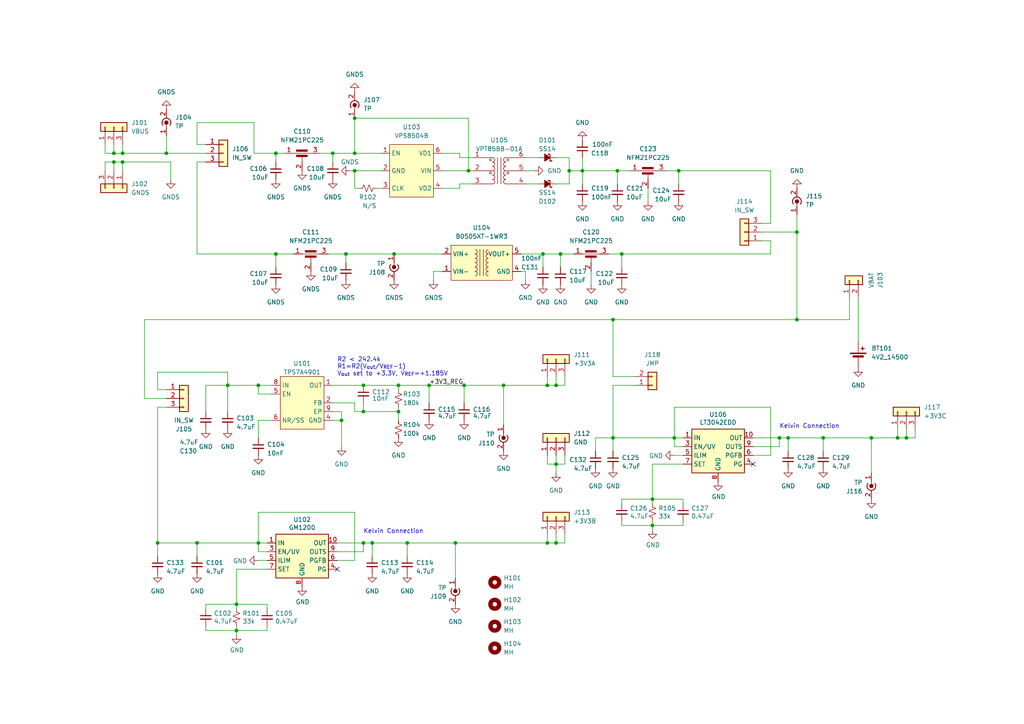
<source format=kicad_sch>
(kicad_sch (version 20230121) (generator eeschema)
  (paper "A4")
  (lib_symbols
    (symbol "Connector:Conn_Coaxial_Power" (pin_names (offset 1.016) hide)
      (property "Reference" "J" (at -5.08 -1.27 90))
      (property "Value" "Conn_Coaxial_Power" (at -3.175 -1.27 90))
      (symbol "Conn_Coaxial_Power_1_1"
        (pin passive line (at 0 2.54 270) (length 2.54) (name "In") (number "1"))
        (pin passive line (at 0 -5.08 90) (length 2.54) (name "Ext") (number "2"))
      )
    )
    (symbol "Connector_Generic:Conn_01x02" (pin_names (offset 1.016) hide)
      (property "Reference" "J" (at 0 2.54 0))
      (property "Value" "Conn_01x02" (at 0 -5.08 0))
      (symbol "Conn_01x02_1_1"
        (pin passive line (at -5.08 0 0) (length 3.81) (name "Pin_1") (number "1"))
        (pin passive line (at -5.08 -2.54 0) (length 3.81) (name "Pin_2") (number "2"))
      )
    )
    (symbol "Connector_Generic:Conn_01x03" (pin_names (offset 1.016) hide)
      (property "Reference" "J" (at 0 5.08 0))
      (property "Value" "Conn_01x03" (at 0 -5.08 0))
      (symbol "Conn_01x03_1_1"
        (pin passive line (at -5.08 2.54 0) (length 3.81) (name "Pin_1") (number "1"))
        (pin passive line (at -5.08 0 0) (length 3.81) (name "Pin_2") (number "2"))
        (pin passive line (at -5.08 -2.54 0) (length 3.81) (name "Pin_3") (number "3"))
      )
    )
    (symbol "Custom_Power:B0505XT-1WR3"
      (property "Reference" "U" (at 0 6.35 0))
      (property "Value" "B0505XT-1WR3" (at 0 -6.35 0))
      (symbol "B0505XT-1WR3_1_1"
        (pin bidirectional line (at -11.43 -2.54 0) (length 2.54) (name "VIN-") (number "1"))
        (pin bidirectional line (at -11.43 2.54 0) (length 2.54) (name "VIN+") (number "2"))
        (pin bidirectional line (at 11.43 -2.54 180) (length 2.54) (name "GND") (number "4"))
        (pin bidirectional line (at 11.43 2.54 180) (length 2.54) (name "VOUT+") (number "5"))
        (pin no_connect line (at -11.43 0 0) (length 2.54) hide (name "NC") (number "8"))
      )
    )
    (symbol "Custom_Power:TPS7A4901"
      (property "Reference" "U" (at 0 11.43 0))
      (property "Value" "TPS7A4901" (at 0 8.89 0))
      (symbol "TPS7A4901_1_1"
        (pin bidirectional line (at 8.89 5.08 180) (length 2.54) (name "OUT") (number "1"))
        (pin bidirectional line (at 8.89 0 180) (length 2.54) (name "FB") (number "2"))
        (pin no_connect line (at -8.89 -2.54 0) (length 2.54) hide (name "NC") (number "3"))
        (pin bidirectional line (at 8.89 -5.08 180) (length 2.54) (name "GND") (number "4"))
        (pin bidirectional line (at -8.89 2.54 0) (length 2.54) (name "EN") (number "5"))
        (pin bidirectional line (at -8.89 -5.08 0) (length 2.54) (name "NR/SS") (number "6"))
        (pin no_connect line (at -8.89 0 0) (length 2.54) hide (name "DNC") (number "7"))
        (pin bidirectional line (at -8.89 5.08 0) (length 2.54) (name "IN") (number "8"))
        (pin bidirectional line (at 8.89 -2.54 180) (length 2.54) (name "EP") (number "9"))
      )
    )
    (symbol "Custom_Power:VPS8504B"
      (property "Reference" "U" (at 0 11.43 0))
      (property "Value" "VPS8504B" (at 0 8.89 0))
      (symbol "VPS8504B_1_1"
        (pin input line (at -8.89 5.08 0) (length 2.54) (name "EN") (number "1"))
        (pin input line (at -8.89 0 0) (length 2.54) (name "GND") (number "2"))
        (pin bidirectional line (at -8.89 -5.08 0) (length 2.54) (name "CLK") (number "3"))
        (pin bidirectional line (at 8.89 -5.08 180) (length 2.54) (name "VD2") (number "4"))
        (pin bidirectional line (at 8.89 0 180) (length 2.54) (name "VIN") (number "5"))
        (pin bidirectional line (at 8.89 5.08 180) (length 2.54) (name "VD1") (number "6"))
      )
    )
    (symbol "Custom_Power:VPT85BB-01A"
      (property "Reference" "U" (at 0 8.89 0))
      (property "Value" "VPT85BB-01A" (at 0 6.35 0))
      (symbol "VPT85BB-01A_1_1"
        (pin bidirectional line (at -7.62 3.81 0) (length 2.54) (name "") (number "1"))
        (pin bidirectional line (at -7.62 0 0) (length 2.54) (name "") (number "2"))
        (pin bidirectional line (at -7.62 -3.81 0) (length 2.54) (name "") (number "3"))
        (pin bidirectional line (at 7.62 -3.81 180) (length 2.54) (name "") (number "4"))
        (pin bidirectional line (at 7.62 0 180) (length 2.54) (name "") (number "5"))
        (pin bidirectional line (at 7.62 3.81 180) (length 2.54) (name "") (number "6"))
      )
    )
    (symbol "Device:Battery_Cell" (pin_numbers hide) (pin_names (offset 0) hide)
      (property "Reference" "BT" (at 2.54 2.54 0))
      (property "Value" "Battery_Cell" (at 2.54 0 0))
      (symbol "Battery_Cell_1_1"
        (pin passive line (at 0 5.08 270) (length 2.54) (name "+") (number "1"))
        (pin passive line (at 0 -2.54 90) (length 2.54) (name "-") (number "2"))
      )
    )
    (symbol "Device:C_Feedthrough" (pin_names (offset 0.254) hide)
      (property "Reference" "C" (at 0 7.62 0))
      (property "Value" "C_Feedthrough" (at 0 5.715 0))
      (symbol "C_Feedthrough_1_1"
        (pin passive line (at -5.08 2.54 0) (length 2.54) (name "1") (number "1"))
        (pin passive line (at 0 -2.54 90) (length 2.54) (name "2") (number "2"))
        (pin passive line (at 5.08 2.54 180) (length 2.54) (name "3") (number "3"))
      )
    )
    (symbol "Device:C_Small" (pin_numbers hide) (pin_names (offset 0.254) hide)
      (property "Reference" "C" (at 0.254 1.778 0))
      (property "Value" "C_Small" (at 0.254 -2.032 0))
      (symbol "C_Small_1_1"
        (pin passive line (at 0 2.54 270) (length 2.032) (name "~") (number "1"))
        (pin passive line (at 0 -2.54 90) (length 2.032) (name "~") (number "2"))
      )
    )
    (symbol "Device:D_Schottky_Small_Filled" (pin_numbers hide) (pin_names (offset 0.254) hide)
      (property "Reference" "D" (at -1.27 2.032 0))
      (property "Value" "D_Schottky_Small_Filled" (at -7.112 -2.032 0))
      (symbol "D_Schottky_Small_Filled_1_1"
        (pin passive line (at -2.54 0 0) (length 1.778) (name "K") (number "1"))
        (pin passive line (at 2.54 0 180) (length 1.778) (name "A") (number "2"))
      )
    )
    (symbol "Device:R_Small_US" (pin_numbers hide) (pin_names (offset 0.254) hide)
      (property "Reference" "R" (at 0.762 0.508 0))
      (property "Value" "R_Small_US" (at 0.762 -1.016 0))
      (symbol "R_Small_US_1_1"
        (pin passive line (at 0 2.54 270) (length 1.016) (name "~") (number "1"))
        (pin passive line (at 0 -2.54 90) (length 1.016) (name "~") (number "2"))
      )
    )
    (symbol "Mechanical:MountingHole" (pin_names (offset 1.016))
      (property "Reference" "H" (at 0 5.08 0))
      (property "Value" "MountingHole" (at 0 3.175 0))
    )
    (symbol "Regulator_Linear:LT3042xMSE"
      (property "Reference" "U" (at -6.35 6.35 0))
      (property "Value" "LT3042xMSE" (at 1.27 6.35 0))
      (symbol "LT3042xMSE_1_1"
        (pin power_in line (at -10.16 2.54 0) (length 2.54) (name "IN") (number "1"))
        (pin power_out line (at 10.16 2.54 180) (length 2.54) (name "OUT") (number "10"))
        (pin passive line (at 0 -10.16 90) (length 2.54) hide (name "GND") (number "11"))
        (pin passive line (at -10.16 2.54 0) (length 2.54) hide (name "IN") (number "2"))
        (pin input line (at -10.16 0 0) (length 2.54) (name "EN/UV") (number "3"))
        (pin open_collector line (at 10.16 -5.08 180) (length 2.54) (name "PG") (number "4"))
        (pin passive line (at -10.16 -2.54 0) (length 2.54) (name "ILIM") (number "5"))
        (pin input line (at 10.16 -2.54 180) (length 2.54) (name "PGFB") (number "6"))
        (pin passive line (at -10.16 -5.08 0) (length 2.54) (name "SET") (number "7"))
        (pin power_in line (at 0 -10.16 90) (length 2.54) (name "GND") (number "8"))
        (pin input line (at 10.16 0 180) (length 2.54) (name "OUTS") (number "9"))
      )
    )
    (symbol "power:GND" (power) (pin_names (offset 0))
      (property "Value" "GND" (at 0 -3.81 0))
      (symbol "GND_1_1"
        (pin power_in line (at 0 0 270) (length 0) hide (name "GND") (number "1"))
      )
    )
    (symbol "power:GNDS" (power) (pin_names (offset 0))
      (property "Value" "GNDS" (at 0 -3.81 0))
      (symbol "GNDS_1_1"
        (pin power_in line (at 0 0 270) (length 0) hide (name "GNDS") (number "1"))
      )
    )
  )
  (junction (at 102.87 44.45))
  (junction (at 35.56 44.45))
  (junction (at 74.93 111.76))
  (junction (at 66.04 111.76))
  (junction (at 105.41 119.38))
  (junction (at 262.89 127))
  (junction (at 105.41 157.48))
  (junction (at 96.52 44.45))
  (junction (at 157.48 73.66))
  (junction (at 80.01 44.45))
  (junction (at 135.89 49.53))
  (junction (at 33.02 46.99))
  (junction (at 161.29 157.48))
  (junction (at 132.08 157.48))
  (junction (at 226.06 127))
  (junction (at 57.15 157.48))
  (junction (at 114.3 73.66))
  (junction (at 238.76 127))
  (junction (at 162.56 73.66))
  (junction (at 231.14 67.31))
  (junction (at 195.58 127))
  (junction (at 158.75 111.76))
  (junction (at 99.06 121.92))
  (junction (at 68.58 182.88))
  (junction (at 177.8 127))
  (junction (at 196.85 49.53))
  (junction (at 179.07 49.53))
  (junction (at 102.87 34.29))
  (junction (at 115.57 119.38))
  (junction (at 161.29 111.76))
  (junction (at 134.62 111.76))
  (junction (at 118.11 157.48))
  (junction (at 80.01 73.66))
  (junction (at 115.57 111.76))
  (junction (at 260.35 127))
  (junction (at 35.56 46.99))
  (junction (at 228.6 127))
  (junction (at 165.1 49.53))
  (junction (at 45.72 157.48))
  (junction (at 33.02 44.45))
  (junction (at 124.46 111.76))
  (junction (at 231.14 92.71))
  (junction (at 102.87 49.53))
  (junction (at 107.95 157.48))
  (junction (at 146.05 111.76))
  (junction (at 48.26 44.45))
  (junction (at 161.29 134.62))
  (junction (at 189.23 152.4))
  (junction (at 158.75 157.48))
  (junction (at 189.23 144.78))
  (junction (at 105.41 111.76))
  (junction (at 74.93 157.48))
  (junction (at 180.34 73.66))
  (junction (at 100.33 73.66))
  (junction (at 68.58 175.26))
  (junction (at 177.8 92.71))
  (junction (at 168.91 49.53))
  (junction (at 252.73 127))
  (no_connect (at 218.44 134.62))
  (no_connect (at 97.79 165.1))
  (wire (pts (xy 97.79 160.02) (xy 105.41 160.02)))
  (wire (pts (xy 152.4 78.74) (xy 151.13 78.74)))
  (wire (pts (xy 97.79 157.48) (xy 105.41 157.48)))
  (wire (pts (xy 265.43 124.46) (xy 265.43 127)))
  (wire (pts (xy 96.52 119.38) (xy 99.06 119.38)))
  (wire (pts (xy 125.73 78.74) (xy 128.27 78.74)))
  (wire (pts (xy 57.15 73.66) (xy 57.15 46.99)))
  (wire (pts (xy 198.12 134.62) (xy 189.23 134.62)))
  (wire (pts (xy 102.87 49.53) (xy 110.49 49.53)))
  (wire (pts (xy 189.23 152.4) (xy 198.12 152.4)))
  (wire (pts (xy 158.75 132.08) (xy 158.75 134.62)))
  (wire (pts (xy 187.96 58.42) (xy 187.96 54.61)))
  (wire (pts (xy 80.01 73.66) (xy 85.09 73.66)))
  (wire (pts (xy 102.87 148.59) (xy 74.93 148.59)))
  (wire (pts (xy 260.35 124.46) (xy 260.35 127)))
  (wire (pts (xy 161.29 45.72) (xy 165.1 45.72)))
  (wire (pts (xy 226.06 127) (xy 228.6 127)))
  (wire (pts (xy 161.29 134.62) (xy 161.29 137.16)))
  (wire (pts (xy 35.56 44.45) (xy 48.26 44.45)))
  (wire (pts (xy 59.69 41.91) (xy 57.15 41.91)))
  (wire (pts (xy 158.75 109.22) (xy 158.75 111.76)))
  (wire (pts (xy 195.58 129.54) (xy 195.58 127)))
  (wire (pts (xy 196.85 49.53) (xy 193.04 49.53)))
  (wire (pts (xy 198.12 144.78) (xy 189.23 144.78)))
  (wire (pts (xy 59.69 176.53) (xy 59.69 175.26)))
  (wire (pts (xy 105.41 116.84) (xy 105.41 119.38)))
  (wire (pts (xy 68.58 184.15) (xy 68.58 182.88)))
  (wire (pts (xy 163.83 157.48) (xy 161.29 157.48)))
  (wire (pts (xy 223.52 49.53) (xy 196.85 49.53)))
  (wire (pts (xy 132.08 157.48) (xy 132.08 167.64)))
  (wire (pts (xy 177.8 111.76) (xy 177.8 127)))
  (wire (pts (xy 66.04 107.95) (xy 66.04 111.76)))
  (wire (pts (xy 102.87 162.56) (xy 102.87 148.59)))
  (wire (pts (xy 157.48 73.66) (xy 162.56 73.66)))
  (wire (pts (xy 179.07 49.53) (xy 179.07 53.34)))
  (wire (pts (xy 218.44 129.54) (xy 226.06 129.54)))
  (wire (pts (xy 30.48 49.53) (xy 30.48 46.99)))
  (wire (pts (xy 99.06 119.38) (xy 99.06 121.92)))
  (wire (pts (xy 198.12 129.54) (xy 195.58 129.54)))
  (wire (pts (xy 74.93 162.56) (xy 77.47 162.56)))
  (wire (pts (xy 115.57 119.38) (xy 105.41 119.38)))
  (wire (pts (xy 172.72 127) (xy 177.8 127)))
  (wire (pts (xy 179.07 49.53) (xy 182.88 49.53)))
  (wire (pts (xy 177.8 109.22) (xy 177.8 92.71)))
  (wire (pts (xy 196.85 53.34) (xy 196.85 49.53)))
  (wire (pts (xy 41.91 92.71) (xy 177.8 92.71)))
  (wire (pts (xy 92.71 44.45) (xy 96.52 44.45)))
  (wire (pts (xy 33.02 46.99) (xy 35.56 46.99)))
  (wire (pts (xy 195.58 132.08) (xy 198.12 132.08)))
  (wire (pts (xy 96.52 44.45) (xy 96.52 46.99)))
  (wire (pts (xy 189.23 152.4) (xy 180.34 152.4)))
  (wire (pts (xy 68.58 175.26) (xy 68.58 176.53)))
  (wire (pts (xy 124.46 111.76) (xy 134.62 111.76)))
  (wire (pts (xy 238.76 127) (xy 238.76 130.81)))
  (wire (pts (xy 96.52 111.76) (xy 105.41 111.76)))
  (wire (pts (xy 248.92 86.36) (xy 248.92 99.06)))
  (wire (pts (xy 124.46 116.84) (xy 124.46 111.76)))
  (wire (pts (xy 68.58 182.88) (xy 77.47 182.88)))
  (wire (pts (xy 80.01 73.66) (xy 80.01 77.47)))
  (wire (pts (xy 135.89 49.53) (xy 137.16 49.53)))
  (wire (pts (xy 161.29 132.08) (xy 161.29 134.62)))
  (wire (pts (xy 163.83 109.22) (xy 163.83 111.76)))
  (wire (pts (xy 177.8 127) (xy 177.8 130.81)))
  (wire (pts (xy 252.73 127) (xy 252.73 137.16)))
  (wire (pts (xy 231.14 92.71) (xy 231.14 67.31)))
  (wire (pts (xy 59.69 175.26) (xy 68.58 175.26)))
  (wire (pts (xy 35.56 49.53) (xy 35.56 46.99)))
  (wire (pts (xy 66.04 119.38) (xy 66.04 111.76)))
  (wire (pts (xy 57.15 46.99) (xy 59.69 46.99)))
  (wire (pts (xy 220.98 69.85) (xy 223.52 69.85)))
  (wire (pts (xy 146.05 111.76) (xy 158.75 111.76)))
  (wire (pts (xy 118.11 157.48) (xy 132.08 157.48)))
  (wire (pts (xy 231.14 67.31) (xy 220.98 67.31)))
  (wire (pts (xy 161.29 111.76) (xy 158.75 111.76)))
  (wire (pts (xy 30.48 46.99) (xy 33.02 46.99)))
  (wire (pts (xy 105.41 157.48) (xy 107.95 157.48)))
  (wire (pts (xy 152.4 81.28) (xy 152.4 78.74)))
  (wire (pts (xy 132.08 157.48) (xy 158.75 157.48)))
  (wire (pts (xy 74.93 127) (xy 74.93 121.92)))
  (wire (pts (xy 184.15 109.22) (xy 177.8 109.22)))
  (wire (pts (xy 134.62 111.76) (xy 146.05 111.76)))
  (wire (pts (xy 228.6 127) (xy 228.6 130.81)))
  (wire (pts (xy 161.29 157.48) (xy 158.75 157.48)))
  (wire (pts (xy 45.72 113.03) (xy 45.72 107.95)))
  (wire (pts (xy 180.34 152.4) (xy 180.34 151.13)))
  (wire (pts (xy 195.58 118.11) (xy 195.58 127)))
  (wire (pts (xy 74.93 148.59) (xy 74.93 157.48)))
  (wire (pts (xy 68.58 165.1) (xy 68.58 175.26)))
  (wire (pts (xy 48.26 44.45) (xy 59.69 44.45)))
  (wire (pts (xy 77.47 160.02) (xy 74.93 160.02)))
  (wire (pts (xy 152.4 49.53) (xy 154.94 49.53)))
  (wire (pts (xy 162.56 73.66) (xy 166.37 73.66)))
  (wire (pts (xy 158.75 134.62) (xy 161.29 134.62)))
  (wire (pts (xy 118.11 157.48) (xy 118.11 161.29)))
  (wire (pts (xy 189.23 144.78) (xy 189.23 146.05)))
  (wire (pts (xy 66.04 111.76) (xy 74.93 111.76)))
  (wire (pts (xy 102.87 34.29) (xy 102.87 44.45)))
  (wire (pts (xy 134.62 116.84) (xy 134.62 111.76)))
  (wire (pts (xy 115.57 119.38) (xy 115.57 121.92)))
  (wire (pts (xy 114.3 73.66) (xy 128.27 73.66)))
  (wire (pts (xy 262.89 127) (xy 260.35 127)))
  (wire (pts (xy 99.06 129.54) (xy 99.06 121.92)))
  (wire (pts (xy 161.29 53.34) (xy 165.1 53.34)))
  (wire (pts (xy 223.52 73.66) (xy 180.34 73.66)))
  (wire (pts (xy 180.34 146.05) (xy 180.34 144.78)))
  (wire (pts (xy 223.52 118.11) (xy 195.58 118.11)))
  (wire (pts (xy 74.93 111.76) (xy 78.74 111.76)))
  (wire (pts (xy 77.47 165.1) (xy 68.58 165.1)))
  (wire (pts (xy 180.34 77.47) (xy 180.34 73.66)))
  (wire (pts (xy 151.13 73.66) (xy 157.48 73.66)))
  (wire (pts (xy 165.1 49.53) (xy 168.91 49.53)))
  (wire (pts (xy 228.6 127) (xy 238.76 127)))
  (wire (pts (xy 124.46 111.76) (xy 115.57 111.76)))
  (wire (pts (xy 45.72 118.11) (xy 45.72 157.48)))
  (wire (pts (xy 45.72 157.48) (xy 57.15 157.48)))
  (wire (pts (xy 100.33 73.66) (xy 114.3 73.66)))
  (wire (pts (xy 109.22 54.61) (xy 110.49 54.61)))
  (wire (pts (xy 77.47 175.26) (xy 68.58 175.26)))
  (wire (pts (xy 102.87 119.38) (xy 105.41 119.38)))
  (wire (pts (xy 57.15 157.48) (xy 57.15 161.29)))
  (wire (pts (xy 107.95 157.48) (xy 118.11 157.48)))
  (wire (pts (xy 128.27 44.45) (xy 133.35 44.45)))
  (wire (pts (xy 195.58 127) (xy 198.12 127)))
  (wire (pts (xy 246.38 86.36) (xy 246.38 92.71)))
  (wire (pts (xy 48.26 115.57) (xy 41.91 115.57)))
  (wire (pts (xy 57.15 35.56) (xy 73.66 35.56)))
  (wire (pts (xy 161.29 154.94) (xy 161.29 157.48)))
  (wire (pts (xy 128.27 49.53) (xy 135.89 49.53)))
  (wire (pts (xy 115.57 113.03) (xy 115.57 111.76)))
  (wire (pts (xy 218.44 132.08) (xy 223.52 132.08)))
  (wire (pts (xy 133.35 44.45) (xy 133.35 45.72)))
  (wire (pts (xy 163.83 132.08) (xy 163.83 134.62)))
  (wire (pts (xy 45.72 157.48) (xy 45.72 161.29)))
  (wire (pts (xy 95.25 73.66) (xy 100.33 73.66)))
  (wire (pts (xy 97.79 162.56) (xy 102.87 162.56)))
  (wire (pts (xy 57.15 41.91) (xy 57.15 35.56)))
  (wire (pts (xy 30.48 41.91) (xy 30.48 44.45)))
  (wire (pts (xy 80.01 46.99) (xy 80.01 44.45)))
  (wire (pts (xy 223.52 69.85) (xy 223.52 73.66)))
  (wire (pts (xy 49.53 52.07) (xy 49.53 46.99)))
  (wire (pts (xy 198.12 146.05) (xy 198.12 144.78)))
  (wire (pts (xy 177.8 127) (xy 195.58 127)))
  (wire (pts (xy 180.34 73.66) (xy 176.53 73.66)))
  (wire (pts (xy 189.23 152.4) (xy 189.23 151.13)))
  (wire (pts (xy 96.52 44.45) (xy 102.87 44.45)))
  (wire (pts (xy 262.89 124.46) (xy 262.89 127)))
  (wire (pts (xy 77.47 182.88) (xy 77.47 181.61)))
  (wire (pts (xy 223.52 132.08) (xy 223.52 118.11)))
  (wire (pts (xy 165.1 45.72) (xy 165.1 49.53)))
  (wire (pts (xy 161.29 109.22) (xy 161.29 111.76)))
  (wire (pts (xy 133.35 45.72) (xy 137.16 45.72)))
  (wire (pts (xy 152.4 45.72) (xy 156.21 45.72)))
  (wire (pts (xy 41.91 115.57) (xy 41.91 92.71)))
  (wire (pts (xy 33.02 44.45) (xy 35.56 44.45)))
  (wire (pts (xy 102.87 44.45) (xy 110.49 44.45)))
  (wire (pts (xy 68.58 182.88) (xy 59.69 182.88)))
  (wire (pts (xy 107.95 157.48) (xy 107.95 161.29)))
  (wire (pts (xy 99.06 121.92) (xy 96.52 121.92)))
  (wire (pts (xy 184.15 111.76) (xy 177.8 111.76)))
  (wire (pts (xy 125.73 81.28) (xy 125.73 78.74)))
  (wire (pts (xy 163.83 154.94) (xy 163.83 157.48)))
  (wire (pts (xy 180.34 144.78) (xy 189.23 144.78)))
  (wire (pts (xy 128.27 54.61) (xy 133.35 54.61)))
  (wire (pts (xy 30.48 44.45) (xy 33.02 44.45)))
  (wire (pts (xy 177.8 92.71) (xy 231.14 92.71)))
  (wire (pts (xy 135.89 49.53) (xy 135.89 34.29)))
  (wire (pts (xy 101.6 49.53) (xy 102.87 49.53)))
  (wire (pts (xy 115.57 118.11) (xy 115.57 119.38)))
  (wire (pts (xy 231.14 62.23) (xy 231.14 67.31)))
  (wire (pts (xy 33.02 49.53) (xy 33.02 46.99)))
  (wire (pts (xy 45.72 107.95) (xy 66.04 107.95)))
  (wire (pts (xy 165.1 53.34) (xy 165.1 49.53)))
  (wire (pts (xy 252.73 127) (xy 260.35 127)))
  (wire (pts (xy 77.47 176.53) (xy 77.47 175.26)))
  (wire (pts (xy 68.58 182.88) (xy 68.58 181.61)))
  (wire (pts (xy 135.89 34.29) (xy 102.87 34.29)))
  (wire (pts (xy 223.52 64.77) (xy 223.52 49.53)))
  (wire (pts (xy 74.93 121.92) (xy 78.74 121.92)))
  (wire (pts (xy 238.76 127) (xy 252.73 127)))
  (wire (pts (xy 158.75 154.94) (xy 158.75 157.48)))
  (wire (pts (xy 198.12 152.4) (xy 198.12 151.13)))
  (wire (pts (xy 152.4 53.34) (xy 156.21 53.34)))
  (wire (pts (xy 246.38 92.71) (xy 231.14 92.71)))
  (wire (pts (xy 59.69 119.38) (xy 59.69 111.76)))
  (wire (pts (xy 59.69 182.88) (xy 59.69 181.61)))
  (wire (pts (xy 163.83 111.76) (xy 161.29 111.76)))
  (wire (pts (xy 133.35 53.34) (xy 137.16 53.34)))
  (wire (pts (xy 105.41 160.02) (xy 105.41 157.48)))
  (wire (pts (xy 80.01 44.45) (xy 82.55 44.45)))
  (wire (pts (xy 74.93 114.3) (xy 74.93 111.76)))
  (wire (pts (xy 48.26 113.03) (xy 45.72 113.03)))
  (wire (pts (xy 157.48 73.66) (xy 157.48 77.47)))
  (wire (pts (xy 163.83 134.62) (xy 161.29 134.62)))
  (wire (pts (xy 35.56 46.99) (xy 49.53 46.99)))
  (wire (pts (xy 74.93 160.02) (xy 74.93 157.48)))
  (wire (pts (xy 96.52 116.84) (xy 102.87 116.84)))
  (wire (pts (xy 59.69 111.76) (xy 66.04 111.76)))
  (wire (pts (xy 73.66 35.56) (xy 73.66 44.45)))
  (wire (pts (xy 33.02 41.91) (xy 33.02 44.45)))
  (wire (pts (xy 102.87 54.61) (xy 104.14 54.61)))
  (wire (pts (xy 218.44 127) (xy 226.06 127)))
  (wire (pts (xy 80.01 73.66) (xy 57.15 73.66)))
  (wire (pts (xy 133.35 54.61) (xy 133.35 53.34)))
  (wire (pts (xy 168.91 45.72) (xy 168.91 49.53)))
  (wire (pts (xy 115.57 111.76) (xy 105.41 111.76)))
  (wire (pts (xy 171.45 82.55) (xy 171.45 78.74)))
  (wire (pts (xy 226.06 129.54) (xy 226.06 127)))
  (wire (pts (xy 189.23 153.67) (xy 189.23 152.4)))
  (wire (pts (xy 146.05 111.76) (xy 146.05 123.19)))
  (wire (pts (xy 100.33 73.66) (xy 100.33 76.2)))
  (wire (pts (xy 73.66 44.45) (xy 80.01 44.45)))
  (wire (pts (xy 48.26 39.37) (xy 48.26 44.45)))
  (wire (pts (xy 78.74 114.3) (xy 74.93 114.3)))
  (wire (pts (xy 74.93 157.48) (xy 77.47 157.48)))
  (wire (pts (xy 162.56 73.66) (xy 162.56 77.47)))
  (wire (pts (xy 265.43 127) (xy 262.89 127)))
  (wire (pts (xy 102.87 54.61) (xy 102.87 49.53)))
  (wire (pts (xy 168.91 49.53) (xy 179.07 49.53)))
  (wire (pts (xy 189.23 134.62) (xy 189.23 144.78)))
  (wire (pts (xy 48.26 118.11) (xy 45.72 118.11)))
  (wire (pts (xy 102.87 116.84) (xy 102.87 119.38)))
  (wire (pts (xy 35.56 41.91) (xy 35.56 44.45)))
  (wire (pts (xy 172.72 130.81) (xy 172.72 127)))
  (wire (pts (xy 168.91 49.53) (xy 168.91 53.34)))
  (wire (pts (xy 220.98 64.77) (xy 223.52 64.77)))
  (wire (pts (xy 57.15 157.48) (xy 74.93 157.48)))
  (text "Kelvin Connection\n" (at 226.06 124.46 0) (effects (font (size 1.27 1.27)) (justify left bottom)))
  (text "R2 < 242.4k\nR1=R2(V_{out}/V_{REF}-1)\nV_{out} set to +3.3V, V_{REF}=+1.185V" (at 97.79 109.22 0) (effects (font (size 1.27 1.27)) (justify left bottom)))
  (text "Kelvin Connection\n" (at 105.41 154.94 0) (effects (font (size 1.27 1.27)) (justify left bottom)))
  (label "+3V3_REG" (at 124.46 111.76 0))
  (symbol (lib_id "Regulator_Linear:LT3042xMSE") (at 208.28 129.54 0) (unit 1)
    (property "Reference" "U106" (at 208.28 120.2182 0))
    (property "Value" "LT3042EDD" (at 208.28 122.5296 0))
    (property "Footprint" "Package_DFN_QFN:DFN-10-1EP_3x3mm_P0.5mm_EP1.65x2.38mm" (effects hide))
    (property "Datasheet" "https://www.analog.com/media/en/technical-documentation/data-sheets/3042fb.pdf" (effects hide))
  )
  (symbol (lib_id "power:GND") (at 45.72 166.37 0) (unit 1)
    (property "Reference" "#PWR0150" (effects hide))
    (property "Value" "GND" (at 45.72 171.45 0))
  )
  (symbol (lib_id "Device:C_Small") (at 100.33 78.74 0) (unit 1)
    (property "Reference" "C109" (at 92.71 78.105 0) (effects (justify left)))
    (property "Value" "10uF" (at 93.345 80.645 0) (effects (justify left)))
    (property "Footprint" "Capacitor_SMD:C_1206_3216Metric" (effects hide))
  )
  (symbol (lib_id "power:GND") (at 59.69 124.46 0) (unit 1)
    (property "Reference" "#PWR0146" (effects hide))
    (property "Value" "GND" (at 59.69 129.54 0))
  )
  (symbol (lib_id "power:GND") (at 154.94 49.53 90) (unit 1)
    (property "Reference" "#PWR0127" (effects hide))
    (property "Value" "GND" (at 158.75 49.53 90) (effects (justify right)))
  )
  (symbol (lib_id "Device:C_Small") (at 74.93 129.54 0) (unit 1)
    (property "Reference" "C104" (at 77.47 128.9113 0) (effects (justify left)))
    (property "Value" "10nF" (at 77.47 131.4513 0) (effects (justify left)))
    (property "Footprint" "Capacitor_SMD:C_0402_1005Metric" (effects hide))
  )
  (symbol (lib_id "Device:R_Small_US") (at 106.68 54.61 90) (unit 1)
    (property "Reference" "R102" (at 109.22 57.15 90) (effects (justify left)))
    (property "Value" "N/S" (at 109.22 59.69 90) (effects (justify left)))
    (property "Footprint" "Resistor_SMD:R_0402_1005Metric" (effects hide))
  )
  (symbol (lib_id "Device:C_Small") (at 238.76 133.35 0) (unit 1)
    (property "Reference" "C129" (at 241.3 132.7213 0) (effects (justify left)))
    (property "Value" "4.7uF" (at 241.3 135.2613 0) (effects (justify left)))
    (property "Footprint" "Capacitor_SMD:C_0805_2012Metric" (effects hide))
  )
  (symbol (lib_id "power:GND") (at 238.76 135.89 0) (unit 1)
    (property "Reference" "#PWR0144" (effects hide))
    (property "Value" "GND" (at 238.76 140.97 0))
  )
  (symbol (lib_id "Device:C_Small") (at 179.07 55.88 0) (unit 1)
    (property "Reference" "C121" (at 181.61 54.6163 0) (effects (justify left)))
    (property "Value" "10uF" (at 181.61 57.1563 0) (effects (justify left)))
    (property "Footprint" "Capacitor_SMD:C_1206_3216Metric" (effects hide))
  )
  (symbol (lib_id "Device:C_Small") (at 180.34 80.01 0) (unit 1)
    (property "Reference" "C122" (at 172.72 79.375 0) (effects (justify left)))
    (property "Value" "10uF" (at 173.355 81.915 0) (effects (justify left)))
    (property "Footprint" "Capacitor_SMD:C_1206_3216Metric" (effects hide))
  )
  (symbol (lib_id "power:GND") (at 152.4 81.28 0) (unit 1)
    (property "Reference" "#PWR0128" (effects hide))
    (property "Value" "GND" (at 152.4 86.36 0))
  )
  (symbol (lib_id "Connector_Generic:Conn_01x03") (at 262.89 119.38 90) (unit 1)
    (property "Reference" "J117" (at 267.97 118.11 90) (effects (justify right)))
    (property "Value" "+3V3C" (at 267.97 120.65 90) (effects (justify right)))
    (property "Footprint" "Connector_PinHeader_2.54mm:PinHeader_1x03_P2.54mm_Vertical" (effects hide))
  )
  (symbol (lib_id "power:GND") (at 179.07 58.42 0) (unit 1)
    (property "Reference" "#PWR0134" (effects hide))
    (property "Value" "GND" (at 179.07 63.5 0))
  )
  (symbol (lib_id "Device:C_Small") (at 80.01 49.53 0) (unit 1)
    (property "Reference" "C106" (at 72.39 48.895 0) (effects (justify left)))
    (property "Value" "10uF" (at 73.025 51.435 0) (effects (justify left)))
    (property "Footprint" "Capacitor_SMD:C_1206_3216Metric" (effects hide))
  )
  (symbol (lib_id "power:GND") (at 118.11 166.37 0) (unit 1)
    (property "Reference" "#PWR0121" (effects hide))
    (property "Value" "GND" (at 118.11 171.45 0))
  )
  (symbol (lib_id "Device:R_Small_US") (at 189.23 148.59 180) (unit 1)
    (property "Reference" "R105" (at 190.9572 147.4216 0) (effects (justify right)))
    (property "Value" "33k" (at 190.9572 149.733 0) (effects (justify right)))
    (property "Footprint" "Resistor_SMD:R_0402_1005Metric" (effects hide))
  )
  (symbol (lib_id "power:GNDS") (at 90.17 78.74 0) (unit 1)
    (property "Reference" "#PWR0116" (effects hide))
    (property "Value" "GNDS" (at 90.17 83.82 0))
  )
  (symbol (lib_id "Connector_Generic:Conn_01x03") (at 215.9 67.31 180) (unit 1)
    (property "Reference" "J114" (at 215.9 58.42 0))
    (property "Value" "IN_SW" (at 215.9 60.96 0))
    (property "Footprint" "Connector_PinHeader_2.54mm:PinHeader_1x03_P2.54mm_Vertical" (effects hide))
  )
  (symbol (lib_id "power:GND") (at 168.91 58.42 0) (unit 1)
    (property "Reference" "#PWR0132" (effects hide))
    (property "Value" "GND" (at 168.91 63.5 0))
  )
  (symbol (lib_id "Device:R_Small_US") (at 68.58 179.07 180) (unit 1)
    (property "Reference" "R101" (at 70.3072 177.9016 0) (effects (justify right)))
    (property "Value" "33k" (at 70.3072 180.213 0) (effects (justify right)))
    (property "Footprint" "Resistor_SMD:R_0402_1005Metric" (effects hide))
  )
  (symbol (lib_id "Device:C_Small") (at 180.34 148.59 0) (unit 1)
    (property "Reference" "C126" (at 182.6768 147.4216 0) (effects (justify left)))
    (property "Value" "4.7uF" (at 182.6768 149.733 0) (effects (justify left)))
    (property "Footprint" "Capacitor_SMD:C_0805_2012Metric" (effects hide))
  )
  (symbol (lib_id "Connector:Conn_Coaxial_Power") (at 146.05 125.73 0) (unit 1)
    (property "Reference" "J110" (at 143.51 128.524 0) (effects (justify right)))
    (property "Value" "TP" (at 143.51 125.984 0) (effects (justify right)))
    (property "Footprint" "Connector_Coaxial:SMA_Amphenol_132134_Vertical" (effects hide))
  )
  (symbol (lib_id "Device:C_Small") (at 124.46 119.38 0) (unit 1)
    (property "Reference" "C115" (at 127 118.7513 0) (effects (justify left)))
    (property "Value" "4.7uF" (at 127 120.65 0) (effects (justify left)))
    (property "Footprint" "Capacitor_SMD:C_0805_2012Metric" (effects hide))
  )
  (symbol (lib_id "Custom_Power:TPS7A4901") (at 87.63 116.84 0) (unit 1)
    (property "Reference" "U101" (at 87.63 105.41 0))
    (property "Value" "TPS7A4901" (at 87.63 107.95 0))
    (property "Footprint" "Package_SO:MSOP-8-1EP_3x3mm_P0.65mm_EP1.95x2.15mm" (effects hide))
    (property "Datasheet" "https://www.ti.com/lit/ds/symlink/tps7a49.pdf?ts=1694161742559&ref_url=https%253A%252F%252Fwww.google.com%252F" (effects hide))
  )
  (symbol (lib_id "power:GNDS") (at 80.01 52.07 0) (unit 1)
    (property "Reference" "#PWR0109" (effects hide))
    (property "Value" "GNDS" (at 80.01 57.15 0))
  )
  (symbol (lib_id "Device:D_Schottky_Small_Filled") (at 158.75 53.34 180) (unit 1)
    (property "Reference" "D102" (at 158.75 58.42 0))
    (property "Value" "SS14" (at 158.75 55.88 0))
    (property "Footprint" "Diode_SMD:D_SOD-123F" (effects hide))
  )
  (symbol (lib_id "power:GND") (at 177.8 135.89 0) (unit 1)
    (property "Reference" "#PWR0139" (effects hide))
    (property "Value" "GND" (at 177.8 140.97 0))
  )
  (symbol (lib_id "Device:C_Small") (at 162.56 80.01 0) (unit 1)
    (property "Reference" "C117" (at 165.1 78.7463 0) (effects (justify left)))
    (property "Value" "10uF" (at 165.1 81.2863 0) (effects (justify left)))
    (property "Footprint" "Capacitor_SMD:C_1206_3216Metric" (effects hide))
  )
  (symbol (lib_id "Connector_Generic:Conn_01x02") (at 189.23 111.76 0) (mirror x) (unit 1)
    (property "Reference" "J118" (at 189.23 102.87 0))
    (property "Value" "JMP" (at 189.23 105.41 0))
    (property "Footprint" "Connector_PinHeader_2.54mm:PinHeader_1x02_P2.54mm_Vertical" (effects hide))
  )
  (symbol (lib_id "power:GNDS") (at 102.87 26.67 180) (unit 1)
    (property "Reference" "#PWR0117" (effects hide))
    (property "Value" "GNDS" (at 102.87 21.59 0))
  )
  (symbol (lib_id "Device:C_Small") (at 105.41 114.3 0) (unit 1)
    (property "Reference" "C112" (at 107.95 113.6713 0) (effects (justify left)))
    (property "Value" "10nF" (at 107.95 115.57 0) (effects (justify left)))
    (property "Footprint" "Capacitor_SMD:C_0402_1005Metric" (effects hide))
  )
  (symbol (lib_id "Mechanical:MountingHole") (at 143.51 187.96 0) (unit 1)
    (property "Reference" "H104" (at 146.05 186.69 0) (effects (justify left)))
    (property "Value" "MH" (at 146.05 189.23 0) (effects (justify left)))
    (property "Footprint" "MountingHole:MountingHole_3.2mm_M3_DIN965" (effects hide))
  )
  (symbol (lib_id "power:GNDS") (at 96.52 52.07 0) (unit 1)
    (property "Reference" "#PWR0112" (effects hide))
    (property "Value" "GNDS" (at 96.52 57.15 0))
  )
  (symbol (lib_id "power:GND") (at 74.93 162.56 270) (unit 1)
    (property "Reference" "#PWR0108" (effects hide))
    (property "Value" "GND" (at 71.6788 162.687 90) (effects (justify right)))
  )
  (symbol (lib_id "Device:R_Small_US") (at 115.57 124.46 0) (unit 1)
    (property "Reference" "R104" (at 116.84 123.19 0) (effects (justify left)))
    (property "Value" "100k" (at 116.84 125.73 0) (effects (justify left)))
    (property "Footprint" "Resistor_SMD:R_0402_1005Metric" (effects hide))
  )
  (symbol (lib_id "Connector_Generic:Conn_01x02") (at 246.38 81.28 90) (unit 1)
    (property "Reference" "J103" (at 255.27 81.28 0))
    (property "Value" "VBAT" (at 252.73 81.28 0))
    (property "Footprint" "Connector_PinHeader_2.54mm:PinHeader_1x02_P2.54mm_Vertical" (effects hide))
  )
  (symbol (lib_id "Mechanical:MountingHole") (at 143.51 181.61 0) (unit 1)
    (property "Reference" "H103" (at 146.05 180.34 0) (effects (justify left)))
    (property "Value" "MH" (at 146.05 182.88 0) (effects (justify left)))
    (property "Footprint" "MountingHole:MountingHole_3.2mm_M3_DIN965" (effects hide))
  )
  (symbol (lib_id "Connector_Generic:Conn_01x03") (at 161.29 104.14 90) (unit 1)
    (property "Reference" "J111" (at 166.37 102.87 90) (effects (justify right)))
    (property "Value" "+3V3A" (at 166.37 105.41 90) (effects (justify right)))
    (property "Footprint" "Connector_PinHeader_2.54mm:PinHeader_1x03_P2.54mm_Vertical" (effects hide))
  )
  (symbol (lib_id "Connector_Generic:Conn_01x03") (at 53.34 115.57 0) (unit 1)
    (property "Reference" "J105" (at 53.34 124.46 0))
    (property "Value" "IN_SW" (at 53.34 121.92 0))
    (property "Footprint" "Connector_PinHeader_2.54mm:PinHeader_1x03_P2.54mm_Vertical" (effects hide))
  )
  (symbol (lib_id "Mechanical:MountingHole") (at 143.51 175.26 0) (unit 1)
    (property "Reference" "H102" (at 146.05 173.99 0) (effects (justify left)))
    (property "Value" "MH" (at 146.05 176.53 0) (effects (justify left)))
    (property "Footprint" "MountingHole:MountingHole_3.2mm_M3_DIN965" (effects hide))
  )
  (symbol (lib_id "power:GND") (at 146.05 130.81 0) (unit 1)
    (property "Reference" "#PWR0126" (effects hide))
    (property "Value" "GND" (at 146.05 135.89 0))
  )
  (symbol (lib_id "Device:C_Small") (at 134.62 119.38 0) (unit 1)
    (property "Reference" "C116" (at 137.16 118.7513 0) (effects (justify left)))
    (property "Value" "4.7uF" (at 137.16 120.65 0) (effects (justify left)))
    (property "Footprint" "Capacitor_SMD:C_0805_2012Metric" (effects hide))
  )
  (symbol (lib_id "power:GND") (at 115.57 127 0) (unit 1)
    (property "Reference" "#PWR0120" (effects hide))
    (property "Value" "GND" (at 115.57 132.08 0))
  )
  (symbol (lib_id "Custom_Power:VPT85BB-01A") (at 144.78 49.53 0) (unit 1)
    (property "Reference" "U105" (at 144.78 40.64 0))
    (property "Value" "VPT85BB-01A" (at 144.78 43.18 0))
    (property "Footprint" "Custom Misc:VPT85XX-0XA" (effects hide))
    (property "Datasheet" "https://datasheet.lcsc.com/lcsc/2109081530_VPSC-VPT85BB-01A_C2875071.pdf" (effects hide))
  )
  (symbol (lib_id "Mechanical:MountingHole") (at 143.51 168.91 0) (unit 1)
    (property "Reference" "H101" (at 146.05 167.64 0) (effects (justify left)))
    (property "Value" "MH" (at 146.05 170.18 0) (effects (justify left)))
    (property "Footprint" "MountingHole:MountingHole_3.2mm_M3_DIN965" (effects hide))
  )
  (symbol (lib_id "power:GND") (at 172.72 135.89 0) (unit 1)
    (property "Reference" "#PWR0149" (effects hide))
    (property "Value" "GND" (at 172.72 140.97 0))
  )
  (symbol (lib_id "Connector:Conn_Coaxial_Power") (at 231.14 59.69 180) (unit 1)
    (property "Reference" "J115" (at 233.68 56.896 0) (effects (justify right)))
    (property "Value" "TP" (at 233.68 59.436 0) (effects (justify right)))
    (property "Footprint" "Connector_Coaxial:SMA_Amphenol_132134_Vertical" (effects hide))
  )
  (symbol (lib_id "power:GND") (at 157.48 82.55 0) (unit 1)
    (property "Reference" "#PWR0147" (effects hide))
    (property "Value" "GND" (at 157.48 87.63 0))
  )
  (symbol (lib_id "Device:D_Schottky_Small_Filled") (at 158.75 45.72 180) (unit 1)
    (property "Reference" "D101" (at 158.75 40.64 0))
    (property "Value" "SS14" (at 158.75 43.18 0))
    (property "Footprint" "Diode_SMD:D_SOD-123F" (effects hide))
  )
  (symbol (lib_id "Device:C_Small") (at 228.6 133.35 0) (unit 1)
    (property "Reference" "C128" (at 231.14 132.7213 0) (effects (justify left)))
    (property "Value" "4.7uF" (at 231.14 135.2613 0) (effects (justify left)))
    (property "Footprint" "Capacitor_SMD:C_0805_2012Metric" (effects hide))
  )
  (symbol (lib_id "Device:C_Small") (at 168.91 43.18 180) (unit 1)
    (property "Reference" "C118" (at 176.53 44.45 0) (effects (justify left)))
    (property "Value" "100nF" (at 177.8 41.91 0) (effects (justify left)))
    (property "Footprint" "Capacitor_SMD:C_0603_1608Metric" (effects hide))
  )
  (symbol (lib_id "power:GND") (at 171.45 82.55 0) (unit 1)
    (property "Reference" "#PWR0133" (effects hide))
    (property "Value" "GND" (at 171.45 87.63 0))
  )
  (symbol (lib_id "power:GNDS") (at 49.53 52.07 0) (unit 1)
    (property "Reference" "#PWR0103" (effects hide))
    (property "Value" "GNDS" (at 49.53 57.15 0))
  )
  (symbol (lib_id "Device:C_Small") (at 57.15 163.83 0) (unit 1)
    (property "Reference" "C101" (at 59.69 163.2013 0) (effects (justify left)))
    (property "Value" "4.7uF" (at 59.69 165.7413 0) (effects (justify left)))
    (property "Footprint" "Capacitor_SMD:C_0805_2012Metric" (effects hide))
  )
  (symbol (lib_id "power:GND") (at 132.08 175.26 0) (unit 1)
    (property "Reference" "#PWR0124" (effects hide))
    (property "Value" "GND" (at 132.08 180.34 0))
  )
  (symbol (lib_id "Device:C_Small") (at 107.95 163.83 0) (unit 1)
    (property "Reference" "C113" (at 110.49 163.2013 0) (effects (justify left)))
    (property "Value" "4.7uF" (at 110.49 165.7413 0) (effects (justify left)))
    (property "Footprint" "Capacitor_SMD:C_0805_2012Metric" (effects hide))
  )
  (symbol (lib_id "Connector_Generic:Conn_01x03") (at 64.77 44.45 0) (unit 1)
    (property "Reference" "J106" (at 67.31 43.18 0) (effects (justify left)))
    (property "Value" "IN_SW" (at 67.31 45.72 0) (effects (justify left)))
    (property "Footprint" "Connector_PinHeader_2.54mm:PinHeader_1x03_P2.54mm_Vertical" (effects hide))
  )
  (symbol (lib_id "Device:C_Small") (at 59.69 179.07 0) (unit 1)
    (property "Reference" "C102" (at 62.0268 177.9016 0) (effects (justify left)))
    (property "Value" "4.7uF" (at 62.0268 180.213 0) (effects (justify left)))
    (property "Footprint" "Capacitor_SMD:C_0805_2012Metric" (effects hide))
  )
  (symbol (lib_id "Device:C_Feedthrough") (at 87.63 46.99 0) (unit 1)
    (property "Reference" "C110" (at 87.63 38.1 0))
    (property "Value" "NFM21PC225" (at 87.63 40.64 0))
    (property "Footprint" "Custom Misc:NFM21PC225B0J3D" (effects hide))
  )
  (symbol (lib_id "Device:C_Small") (at 118.11 163.83 0) (unit 1)
    (property "Reference" "C114" (at 120.65 163.2013 0) (effects (justify left)))
    (property "Value" "4.7uF" (at 120.65 165.7413 0) (effects (justify left)))
    (property "Footprint" "Capacitor_SMD:C_0805_2012Metric" (effects hide))
  )
  (symbol (lib_id "power:GND") (at 231.14 54.61 180) (unit 1)
    (property "Reference" "#PWR0138" (effects hide))
    (property "Value" "GND" (at 231.14 49.53 0))
  )
  (symbol (lib_id "power:GND") (at 162.56 82.55 0) (unit 1)
    (property "Reference" "#PWR0130" (effects hide))
    (property "Value" "GND" (at 162.56 87.63 0))
  )
  (symbol (lib_id "Device:C_Small") (at 168.91 55.88 0) (unit 1)
    (property "Reference" "C119" (at 171.45 54.61 0) (effects (justify left)))
    (property "Value" "100nF" (at 171.45 57.15 0) (effects (justify left)))
    (property "Footprint" "Capacitor_SMD:C_0603_1608Metric" (effects hide))
  )
  (symbol (lib_id "Device:R_Small_US") (at 115.57 115.57 0) (unit 1)
    (property "Reference" "R103" (at 116.84 114.3 0) (effects (justify left)))
    (property "Value" "180k" (at 116.84 116.84 0) (effects (justify left)))
    (property "Footprint" "Resistor_SMD:R_0402_1005Metric" (effects hide))
  )
  (symbol (lib_id "power:GND") (at 57.15 166.37 0) (unit 1)
    (property "Reference" "#PWR0104" (effects hide))
    (property "Value" "GND" (at 57.15 171.45 0))
  )
  (symbol (lib_id "power:GND") (at 248.92 106.68 0) (unit 1)
    (property "Reference" "#PWR0101" (effects hide))
    (property "Value" "GND" (at 248.92 111.76 0))
  )
  (symbol (lib_id "Device:C_Small") (at 157.48 80.01 0) (unit 1)
    (property "Reference" "C131" (at 151.13 77.47 0) (effects (justify left)))
    (property "Value" "100nF" (at 151.13 74.93 0) (effects (justify left)))
    (property "Footprint" "Capacitor_SMD:C_0603_1608Metric" (effects hide))
  )
  (symbol (lib_id "Connector:Conn_Coaxial_Power") (at 114.3 76.2 0) (unit 1)
    (property "Reference" "J108" (at 111.76 78.994 0) (effects (justify right)))
    (property "Value" "TP" (at 111.76 76.454 0) (effects (justify right)))
    (property "Footprint" "Connector_Coaxial:SMA_Amphenol_132134_Vertical" (effects hide))
  )
  (symbol (lib_id "power:GND") (at 189.23 153.67 0) (unit 1)
    (property "Reference" "#PWR0140" (effects hide))
    (property "Value" "GND" (at 189.357 158.0642 0))
  )
  (symbol (lib_id "Device:C_Small") (at 77.47 179.07 0) (unit 1)
    (property "Reference" "C105" (at 79.8068 177.9016 0) (effects (justify left)))
    (property "Value" "0.47uF" (at 79.8068 180.213 0) (effects (justify left)))
    (property "Footprint" "Capacitor_SMD:C_0402_1005Metric" (effects hide))
  )
  (symbol (lib_id "power:GND") (at 228.6 135.89 0) (unit 1)
    (property "Reference" "#PWR0143" (effects hide))
    (property "Value" "GND" (at 228.6 140.97 0))
  )
  (symbol (lib_id "power:GND") (at 87.63 170.18 0) (unit 1)
    (property "Reference" "#PWR0111" (effects hide))
    (property "Value" "GND" (at 87.757 174.5742 0))
  )
  (symbol (lib_id "Device:C_Small") (at 172.72 133.35 0) (unit 1)
    (property "Reference" "C132" (at 165.1 133.35 0) (effects (justify left)))
    (property "Value" "4.7uF" (at 166.37 135.89 0) (effects (justify left)))
    (property "Footprint" "Capacitor_SMD:C_0805_2012Metric" (effects hide))
  )
  (symbol (lib_id "Device:C_Feedthrough") (at 90.17 76.2 0) (unit 1)
    (property "Reference" "C111" (at 90.17 67.31 0))
    (property "Value" "NFM21PC225" (at 90.17 69.85 0))
    (property "Footprint" "Custom Misc:NFM21PC225B0J3D" (effects hide))
  )
  (symbol (lib_id "power:GND") (at 187.96 58.42 0) (unit 1)
    (property "Reference" "#PWR0136" (effects hide))
    (property "Value" "GND" (at 187.96 63.5 0))
  )
  (symbol (lib_id "power:GND") (at 66.04 124.46 0) (unit 1)
    (property "Reference" "#PWR0105" (effects hide))
    (property "Value" "GND" (at 66.04 129.54 0))
  )
  (symbol (lib_id "Device:C_Small") (at 80.01 80.01 0) (unit 1)
    (property "Reference" "C107" (at 72.39 79.375 0) (effects (justify left)))
    (property "Value" "10uF" (at 73.025 81.915 0) (effects (justify left)))
    (property "Footprint" "Capacitor_SMD:C_1206_3216Metric" (effects hide))
  )
  (symbol (lib_id "Connector_Generic:Conn_01x03") (at 161.29 149.86 90) (unit 1)
    (property "Reference" "J113" (at 166.37 148.59 90) (effects (justify right)))
    (property "Value" "+3V3B" (at 166.37 151.13 90) (effects (justify right)))
    (property "Footprint" "Connector_PinHeader_2.54mm:PinHeader_1x03_P2.54mm_Vertical" (effects hide))
  )
  (symbol (lib_id "Device:Battery_Cell") (at 248.92 104.14 0) (unit 1)
    (property "Reference" "BT101" (at 252.73 101.0285 0) (effects (justify left)))
    (property "Value" "4V2_14500" (at 252.73 103.5685 0) (effects (justify left)))
    (property "Footprint" "Connector_PinHeader_2.54mm:PinHeader_1x02_P2.54mm_Vertical" (effects hide))
  )
  (symbol (lib_id "power:GNDS") (at 80.01 82.55 0) (unit 1)
    (property "Reference" "#PWR0110" (effects hide))
    (property "Value" "GNDS" (at 80.01 87.63 0))
  )
  (symbol (lib_id "power:GNDS") (at 87.63 49.53 0) (unit 1)
    (property "Reference" "#PWR0114" (effects hide))
    (property "Value" "GNDS" (at 87.63 54.61 0))
  )
  (symbol (lib_id "Device:C_Feedthrough") (at 171.45 76.2 0) (unit 1)
    (property "Reference" "C120" (at 171.45 67.31 0))
    (property "Value" "NFM21PC225" (at 171.45 69.85 0))
    (property "Footprint" "Custom Misc:NFM21PC225B0J3D" (effects hide))
  )
  (symbol (lib_id "Custom_Power:B0505XT-1WR3") (at 139.7 76.2 0) (unit 1)
    (property "Reference" "U104" (at 139.7 66.04 0))
    (property "Value" "B0505XT-1WR3" (at 139.7 68.58 0))
    (property "Footprint" "Custom Misc:B0505XT-1W" (effects hide))
  )
  (symbol (lib_id "power:GND") (at 107.95 166.37 0) (unit 1)
    (property "Reference" "#PWR0118" (effects hide))
    (property "Value" "GND" (at 107.95 171.45 0))
  )
  (symbol (lib_id "Device:C_Small") (at 59.69 121.92 0) (unit 1)
    (property "Reference" "C130" (at 52.07 130.81 0) (effects (justify left)))
    (property "Value" "4.7uF" (at 52.07 128.27 0) (effects (justify left)))
    (property "Footprint" "Capacitor_SMD:C_0805_2012Metric" (effects hide))
  )
  (symbol (lib_id "power:GND") (at 180.34 82.55 0) (unit 1)
    (property "Reference" "#PWR0135" (effects hide))
    (property "Value" "GND" (at 180.34 87.63 0))
  )
  (symbol (lib_id "Custom_Power:VPS8504B") (at 119.38 49.53 0) (unit 1)
    (property "Reference" "U103" (at 119.38 36.83 0))
    (property "Value" "VPS8504B" (at 119.38 39.37 0))
    (property "Footprint" "Package_TO_SOT_SMD:SOT-23-6" (effects hide))
    (property "Datasheet" "https://datasheet.lcsc.com/lcsc/2108142130_VPSC-VPS8504B_C2846907.pdf" (effects hide))
  )
  (symbol (lib_id "power:GND") (at 68.58 184.15 0) (unit 1)
    (property "Reference" "#PWR0106" (effects hide))
    (property "Value" "GND" (at 68.707 188.5442 0))
  )
  (symbol (lib_id "Device:C_Small") (at 177.8 133.35 0) (unit 1)
    (property "Reference" "C125" (at 180.34 132.7213 0) (effects (justify left)))
    (property "Value" "4.7uF" (at 180.34 135.2613 0) (effects (justify left)))
    (property "Footprint" "Capacitor_SMD:C_0805_2012Metric" (effects hide))
  )
  (symbol (lib_id "Connector_Generic:Conn_01x03") (at 33.02 36.83 90) (unit 1)
    (property "Reference" "J101" (at 38.1 35.56 90) (effects (justify right)))
    (property "Value" "VBUS" (at 38.1 38.1 90) (effects (justify right)))
    (property "Footprint" "Connector_PinHeader_2.54mm:PinHeader_1x03_P2.54mm_Vertical" (effects hide))
  )
  (symbol (lib_id "power:GNDS") (at 100.33 81.28 0) (unit 1)
    (property "Reference" "#PWR0113" (effects hide))
    (property "Value" "GNDS" (at 100.33 86.36 0))
  )
  (symbol (lib_id "power:GND") (at 99.06 129.54 0) (unit 1)
    (property "Reference" "#PWR0115" (effects hide))
    (property "Value" "GND" (at 99.06 134.62 0))
  )
  (symbol (lib_id "power:GND") (at 161.29 137.16 0) (unit 1)
    (property "Reference" "#PWR0129" (effects hide))
    (property "Value" "GND" (at 161.29 142.24 0))
  )
  (symbol (lib_id "Device:C_Small") (at 96.52 49.53 0) (unit 1)
    (property "Reference" "C108" (at 88.9 48.895 0) (effects (justify left)))
    (property "Value" "10uF" (at 89.535 51.435 0) (effects (justify left)))
    (property "Footprint" "Capacitor_SMD:C_1206_3216Metric" (effects hide))
  )
  (symbol (lib_id "Connector:Conn_Coaxial_Power") (at 48.26 36.83 180) (unit 1)
    (property "Reference" "J104" (at 50.8 34.036 0) (effects (justify right)))
    (property "Value" "TP" (at 50.8 36.576 0) (effects (justify right)))
    (property "Footprint" "Connector_Coaxial:SMA_Amphenol_132134_Vertical" (effects hide))
  )
  (symbol (lib_id "power:GND") (at 208.28 139.7 0) (unit 1)
    (property "Reference" "#PWR0142" (effects hide))
    (property "Value" "GND" (at 208.407 144.0942 0))
  )
  (symbol (lib_id "Device:C_Small") (at 45.72 163.83 0) (unit 1)
    (property "Reference" "C133" (at 48.26 163.2013 0) (effects (justify left)))
    (property "Value" "4.7uF" (at 48.26 165.7413 0) (effects (justify left)))
    (property "Footprint" "Capacitor_SMD:C_0805_2012Metric" (effects hide))
  )
  (symbol (lib_id "power:GND") (at 168.91 40.64 180) (unit 1)
    (property "Reference" "#PWR0131" (effects hide))
    (property "Value" "GND" (at 168.91 35.56 0))
  )
  (symbol (lib_id "power:GND") (at 134.62 121.92 0) (unit 1)
    (property "Reference" "#PWR0125" (effects hide))
    (property "Value" "GND" (at 134.62 127 0))
  )
  (symbol (lib_id "Regulator_Linear:LT3042xMSE") (at 87.63 160.02 0) (unit 1)
    (property "Reference" "U102" (at 87.63 150.6982 0))
    (property "Value" "GM1200" (at 87.63 153.0096 0))
    (property "Footprint" "Package_SO:MSOP-10-1EP_3x3mm_P0.5mm_EP1.68x1.88mm" (effects hide))
    (property "Datasheet" "https://www.analog.com/media/en/technical-documentation/data-sheets/3042fb.pdf" (effects hide))
  )
  (symbol (lib_id "power:GNDS") (at 114.3 81.28 0) (unit 1)
    (property "Reference" "#PWR0119" (effects hide))
    (property "Value" "GNDS" (at 114.3 86.36 0))
  )
  (symbol (lib_id "Connector:Conn_Coaxial_Power") (at 132.08 170.18 0) (unit 1)
    (property "Reference" "J109" (at 129.54 172.974 0) (effects (justify right)))
    (property "Value" "TP" (at 129.54 170.434 0) (effects (justify right)))
    (property "Footprint" "Connector_Coaxial:SMA_Amphenol_132134_Vertical" (effects hide))
  )
  (symbol (lib_id "Connector:Conn_Coaxial_Power") (at 102.87 31.75 180) (unit 1)
    (property "Reference" "J107" (at 105.41 28.956 0) (effects (justify right)))
    (property "Value" "TP" (at 105.41 31.496 0) (effects (justify right)))
    (property "Footprint" "Connector_Coaxial:SMA_Amphenol_132134_Vertical" (effects hide))
  )
  (symbol (lib_id "Device:C_Small") (at 66.04 121.92 0) (unit 1)
    (property "Reference" "C103" (at 68.58 121.2913 0) (effects (justify left)))
    (property "Value" "4.7uF" (at 68.58 123.8313 0) (effects (justify left)))
    (property "Footprint" "Capacitor_SMD:C_0805_2012Metric" (effects hide))
  )
  (symbol (lib_id "power:GNDS") (at 101.6 49.53 270) (unit 1)
    (property "Reference" "#PWR0148" (effects hide))
    (property "Value" "GNDS" (at 104.14 46.99 90) (effects (justify right)))
  )
  (symbol (lib_id "Connector:Conn_Coaxial_Power") (at 252.73 139.7 0) (unit 1)
    (property "Reference" "J116" (at 250.19 142.494 0) (effects (justify right)))
    (property "Value" "TP" (at 250.19 139.954 0) (effects (justify right)))
    (property "Footprint" "Connector_Coaxial:SMA_Amphenol_132134_Vertical" (effects hide))
  )
  (symbol (lib_id "Connector_Generic:Conn_01x03") (at 33.02 54.61 270) (unit 1)
    (property "Reference" "J102" (at 38.1 53.34 90) (effects (justify left)))
    (property "Value" "GNDS" (at 38.1 55.88 90) (effects (justify left)))
    (property "Footprint" "Connector_PinHeader_2.54mm:PinHeader_1x03_P2.54mm_Vertical" (effects hide))
  )
  (symbol (lib_id "power:GND") (at 124.46 121.92 0) (unit 1)
    (property "Reference" "#PWR0122" (effects hide))
    (property "Value" "GND" (at 124.46 127 0))
  )
  (symbol (lib_id "power:GNDS") (at 125.73 81.28 0) (unit 1)
    (property "Reference" "#PWR0123" (effects hide))
    (property "Value" "GNDS" (at 125.73 86.36 0))
  )
  (symbol (lib_id "power:GND") (at 74.93 132.08 0) (unit 1)
    (property "Reference" "#PWR0107" (effects hide))
    (property "Value" "GND" (at 74.93 137.16 0))
  )
  (symbol (lib_id "Device:C_Small") (at 198.12 148.59 0) (unit 1)
    (property "Reference" "C127" (at 200.4568 147.4216 0) (effects (justify left)))
    (property "Value" "0.47uF" (at 200.4568 149.733 0) (effects (justify left)))
    (property "Footprint" "Capacitor_SMD:C_0402_1005Metric" (effects hide))
  )
  (symbol (lib_id "power:GNDS") (at 48.26 31.75 180) (unit 1)
    (property "Reference" "#PWR0102" (effects hide))
    (property "Value" "GNDS" (at 48.26 26.67 0))
  )
  (symbol (lib_id "Device:C_Small") (at 196.85 55.88 0) (unit 1)
    (property "Reference" "C124" (at 189.23 55.245 0) (effects (justify left)))
    (property "Value" "10uF" (at 189.865 57.785 0) (effects (justify left)))
    (property "Footprint" "Capacitor_SMD:C_1206_3216Metric" (effects hide))
  )
  (symbol (lib_id "power:GND") (at 195.58 132.08 270) (unit 1)
    (property "Reference" "#PWR0141" (effects hide))
    (property "Value" "GND" (at 192.3288 132.207 90) (effects (justify right)))
  )
  (symbol (lib_id "power:GND") (at 252.73 144.78 0) (unit 1)
    (property "Reference" "#PWR0145" (effects hide))
    (property "Value" "GND" (at 252.73 149.86 0))
  )
  (symbol (lib_id "power:GND") (at 196.85 58.42 0) (unit 1)
    (property "Reference" "#PWR0137" (effects hide))
    (property "Value" "GND" (at 196.85 63.5 0))
  )
  (symbol (lib_id "Connector_Generic:Conn_01x03") (at 161.29 127 90) (unit 1)
    (property "Reference" "J112" (at 166.37 125.73 90) (effects (justify right)))
    (property "Value" "GND" (at 166.37 128.27 90) (effects (justify right)))
    (property "Footprint" "Connector_PinHeader_2.54mm:PinHeader_1x03_P2.54mm_Vertical" (effects hide))
  )
  (symbol (lib_id "Device:C_Feedthrough") (at 187.96 52.07 0) (unit 1)
    (property "Reference" "C123" (at 187.96 43.18 0))
    (property "Value" "NFM21PC225" (at 187.96 45.72 0))
    (property "Footprint" "Custom Misc:NFM21PC225B0J3D" (effects hide))
  )
)
</source>
